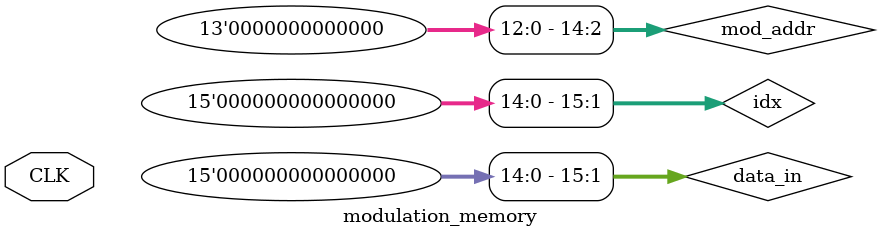
<source format=sv>
/*
 * File: modulation_memory.sv
 * Project: modulation
 * Created Date: 24/03/2022
 * Author: Shun Suzuki
 * -----
 * Last Modified: 01/11/2023
 * Modified By: Shun Suzuki (suzuki@hapis.k.u-tokyo.ac.jp)
 * -----
 * Copyright (c) 2022-2023 Shun Suzuki. All rights reserved.
 *
 */

`timescale 1ns / 1ps
module modulation_memory (
    input var CLK,
    cpu_bus_if.mod_port CPU_BUS,
    modulation_bus_if.memory_port M_BUS
);

  bit bus_clk;
  bit mod_ena;
  bit we;
  bit [14:0] mod_addr;
  bit [15:0] data_in;

  bit [15:0] idx;
  bit [7:0] m;

  assign bus_clk = CPU_BUS.BUS_CLK;
  assign mod_ena = CPU_BUS.MOD_EN;
  assign we = CPU_BUS.WE;
  assign mod_addr = {CPU_BUS.MOD_MEM_PAGE, CPU_BUS.BRAM_ADDR};
  assign data_in = CPU_BUS.DATA_IN;
  assign idx = M_BUS.ADDR;
  assign M_BUS.M = m;

  BRAM_MOD mod_bram (
      .clka (bus_clk),
      .ena  (mod_ena),
      .wea  (we),
      .addra(mod_addr),
      .dina (data_in),
      .douta(),
      .clkb (CLK),
      .web  ('0),
      .addrb(idx),
      .dinb ('0),
      .doutb(m)
  );

endmodule

</source>
